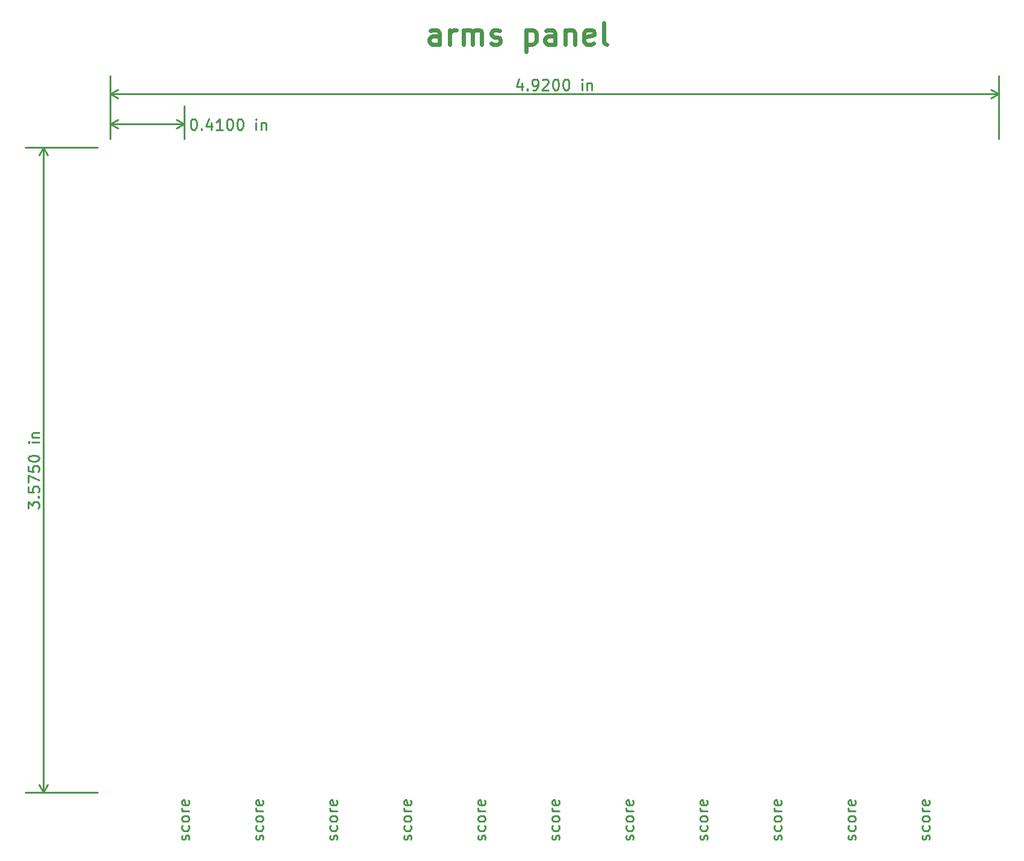
<source format=gbr>
%FSLAX34Y34*%
G04 Gerber Fmt 3.4, Leading zero omitted, Abs format*
G04 (created by PCBNEW (2014-04-22 BZR 4817)-product) date Mon 08 Sep 2014 03:11:33 PM CDT*
%MOIN*%
G01*
G70*
G90*
G04 APERTURE LIST*
%ADD10C,0.005000*%
%ADD11C,0.010000*%
%ADD12C,0.024000*%
G04 APERTURE END LIST*
G54D10*
G54D11*
X131235Y-26671D02*
X131235Y-27071D01*
X131092Y-26442D02*
X130950Y-26871D01*
X131321Y-26871D01*
X131550Y-27014D02*
X131578Y-27042D01*
X131550Y-27071D01*
X131521Y-27042D01*
X131550Y-27014D01*
X131550Y-27071D01*
X131864Y-27071D02*
X131978Y-27071D01*
X132035Y-27042D01*
X132064Y-27014D01*
X132121Y-26928D01*
X132150Y-26814D01*
X132150Y-26585D01*
X132121Y-26528D01*
X132092Y-26500D01*
X132035Y-26471D01*
X131921Y-26471D01*
X131864Y-26500D01*
X131835Y-26528D01*
X131807Y-26585D01*
X131807Y-26728D01*
X131835Y-26785D01*
X131864Y-26814D01*
X131921Y-26842D01*
X132035Y-26842D01*
X132092Y-26814D01*
X132121Y-26785D01*
X132150Y-26728D01*
X132378Y-26528D02*
X132407Y-26500D01*
X132464Y-26471D01*
X132607Y-26471D01*
X132664Y-26500D01*
X132692Y-26528D01*
X132721Y-26585D01*
X132721Y-26642D01*
X132692Y-26728D01*
X132350Y-27071D01*
X132721Y-27071D01*
X133092Y-26471D02*
X133150Y-26471D01*
X133207Y-26500D01*
X133235Y-26528D01*
X133264Y-26585D01*
X133292Y-26700D01*
X133292Y-26842D01*
X133264Y-26957D01*
X133235Y-27014D01*
X133207Y-27042D01*
X133150Y-27071D01*
X133092Y-27071D01*
X133035Y-27042D01*
X133007Y-27014D01*
X132978Y-26957D01*
X132950Y-26842D01*
X132950Y-26700D01*
X132978Y-26585D01*
X133007Y-26528D01*
X133035Y-26500D01*
X133092Y-26471D01*
X133664Y-26471D02*
X133721Y-26471D01*
X133778Y-26500D01*
X133807Y-26528D01*
X133835Y-26585D01*
X133864Y-26700D01*
X133864Y-26842D01*
X133835Y-26957D01*
X133807Y-27014D01*
X133778Y-27042D01*
X133721Y-27071D01*
X133664Y-27071D01*
X133607Y-27042D01*
X133578Y-27014D01*
X133550Y-26957D01*
X133521Y-26842D01*
X133521Y-26700D01*
X133550Y-26585D01*
X133578Y-26528D01*
X133607Y-26500D01*
X133664Y-26471D01*
X134578Y-27071D02*
X134578Y-26671D01*
X134578Y-26471D02*
X134550Y-26500D01*
X134578Y-26528D01*
X134607Y-26500D01*
X134578Y-26471D01*
X134578Y-26528D01*
X134864Y-26671D02*
X134864Y-27071D01*
X134864Y-26728D02*
X134892Y-26700D01*
X134950Y-26671D01*
X135035Y-26671D01*
X135092Y-26700D01*
X135121Y-26757D01*
X135121Y-27071D01*
X108450Y-27300D02*
X157650Y-27300D01*
X108450Y-29800D02*
X108450Y-26300D01*
X157650Y-29800D02*
X157650Y-26300D01*
X157650Y-27300D02*
X157206Y-27530D01*
X157650Y-27300D02*
X157206Y-27069D01*
X108450Y-27300D02*
X108893Y-27530D01*
X108450Y-27300D02*
X108893Y-27069D01*
X153792Y-68600D02*
X153821Y-68542D01*
X153821Y-68428D01*
X153792Y-68371D01*
X153735Y-68342D01*
X153707Y-68342D01*
X153650Y-68371D01*
X153621Y-68428D01*
X153621Y-68514D01*
X153592Y-68571D01*
X153535Y-68600D01*
X153507Y-68600D01*
X153450Y-68571D01*
X153421Y-68514D01*
X153421Y-68428D01*
X153450Y-68371D01*
X153792Y-67828D02*
X153821Y-67885D01*
X153821Y-68000D01*
X153792Y-68057D01*
X153764Y-68085D01*
X153707Y-68114D01*
X153535Y-68114D01*
X153478Y-68085D01*
X153450Y-68057D01*
X153421Y-68000D01*
X153421Y-67885D01*
X153450Y-67828D01*
X153821Y-67485D02*
X153792Y-67542D01*
X153764Y-67571D01*
X153707Y-67600D01*
X153535Y-67600D01*
X153478Y-67571D01*
X153450Y-67542D01*
X153421Y-67485D01*
X153421Y-67400D01*
X153450Y-67342D01*
X153478Y-67314D01*
X153535Y-67285D01*
X153707Y-67285D01*
X153764Y-67314D01*
X153792Y-67342D01*
X153821Y-67400D01*
X153821Y-67485D01*
X153821Y-67028D02*
X153421Y-67028D01*
X153535Y-67028D02*
X153478Y-67000D01*
X153450Y-66971D01*
X153421Y-66914D01*
X153421Y-66857D01*
X153792Y-66428D02*
X153821Y-66485D01*
X153821Y-66600D01*
X153792Y-66657D01*
X153735Y-66685D01*
X153507Y-66685D01*
X153450Y-66657D01*
X153421Y-66600D01*
X153421Y-66485D01*
X153450Y-66428D01*
X153507Y-66400D01*
X153564Y-66400D01*
X153621Y-66685D01*
G54D12*
X126685Y-24542D02*
X126685Y-23914D01*
X126628Y-23800D01*
X126514Y-23742D01*
X126285Y-23742D01*
X126171Y-23800D01*
X126685Y-24485D02*
X126571Y-24542D01*
X126285Y-24542D01*
X126171Y-24485D01*
X126114Y-24371D01*
X126114Y-24257D01*
X126171Y-24142D01*
X126285Y-24085D01*
X126571Y-24085D01*
X126685Y-24028D01*
X127257Y-24542D02*
X127257Y-23742D01*
X127257Y-23971D02*
X127314Y-23857D01*
X127371Y-23800D01*
X127485Y-23742D01*
X127600Y-23742D01*
X128000Y-24542D02*
X128000Y-23742D01*
X128000Y-23857D02*
X128057Y-23800D01*
X128171Y-23742D01*
X128342Y-23742D01*
X128457Y-23800D01*
X128514Y-23914D01*
X128514Y-24542D01*
X128514Y-23914D02*
X128571Y-23800D01*
X128685Y-23742D01*
X128857Y-23742D01*
X128971Y-23800D01*
X129028Y-23914D01*
X129028Y-24542D01*
X129542Y-24485D02*
X129657Y-24542D01*
X129885Y-24542D01*
X130000Y-24485D01*
X130057Y-24371D01*
X130057Y-24314D01*
X130000Y-24200D01*
X129885Y-24142D01*
X129714Y-24142D01*
X129600Y-24085D01*
X129542Y-23971D01*
X129542Y-23914D01*
X129600Y-23800D01*
X129714Y-23742D01*
X129885Y-23742D01*
X130000Y-23800D01*
X131485Y-23742D02*
X131485Y-24942D01*
X131485Y-23800D02*
X131600Y-23742D01*
X131828Y-23742D01*
X131942Y-23800D01*
X132000Y-23857D01*
X132057Y-23971D01*
X132057Y-24314D01*
X132000Y-24428D01*
X131942Y-24485D01*
X131828Y-24542D01*
X131600Y-24542D01*
X131485Y-24485D01*
X133085Y-24542D02*
X133085Y-23914D01*
X133028Y-23800D01*
X132914Y-23742D01*
X132685Y-23742D01*
X132571Y-23800D01*
X133085Y-24485D02*
X132971Y-24542D01*
X132685Y-24542D01*
X132571Y-24485D01*
X132514Y-24371D01*
X132514Y-24257D01*
X132571Y-24142D01*
X132685Y-24085D01*
X132971Y-24085D01*
X133085Y-24028D01*
X133657Y-23742D02*
X133657Y-24542D01*
X133657Y-23857D02*
X133714Y-23800D01*
X133828Y-23742D01*
X134000Y-23742D01*
X134114Y-23800D01*
X134171Y-23914D01*
X134171Y-24542D01*
X135200Y-24485D02*
X135085Y-24542D01*
X134857Y-24542D01*
X134742Y-24485D01*
X134685Y-24371D01*
X134685Y-23914D01*
X134742Y-23800D01*
X134857Y-23742D01*
X135085Y-23742D01*
X135200Y-23800D01*
X135257Y-23914D01*
X135257Y-24028D01*
X134685Y-24142D01*
X135942Y-24542D02*
X135828Y-24485D01*
X135771Y-24371D01*
X135771Y-23342D01*
G54D11*
X149692Y-68600D02*
X149721Y-68542D01*
X149721Y-68428D01*
X149692Y-68371D01*
X149635Y-68342D01*
X149607Y-68342D01*
X149550Y-68371D01*
X149521Y-68428D01*
X149521Y-68514D01*
X149492Y-68571D01*
X149435Y-68600D01*
X149407Y-68600D01*
X149350Y-68571D01*
X149321Y-68514D01*
X149321Y-68428D01*
X149350Y-68371D01*
X149692Y-67828D02*
X149721Y-67885D01*
X149721Y-68000D01*
X149692Y-68057D01*
X149664Y-68085D01*
X149607Y-68114D01*
X149435Y-68114D01*
X149378Y-68085D01*
X149350Y-68057D01*
X149321Y-68000D01*
X149321Y-67885D01*
X149350Y-67828D01*
X149721Y-67485D02*
X149692Y-67542D01*
X149664Y-67571D01*
X149607Y-67600D01*
X149435Y-67600D01*
X149378Y-67571D01*
X149350Y-67542D01*
X149321Y-67485D01*
X149321Y-67400D01*
X149350Y-67342D01*
X149378Y-67314D01*
X149435Y-67285D01*
X149607Y-67285D01*
X149664Y-67314D01*
X149692Y-67342D01*
X149721Y-67400D01*
X149721Y-67485D01*
X149721Y-67028D02*
X149321Y-67028D01*
X149435Y-67028D02*
X149378Y-67000D01*
X149350Y-66971D01*
X149321Y-66914D01*
X149321Y-66857D01*
X149692Y-66428D02*
X149721Y-66485D01*
X149721Y-66600D01*
X149692Y-66657D01*
X149635Y-66685D01*
X149407Y-66685D01*
X149350Y-66657D01*
X149321Y-66600D01*
X149321Y-66485D01*
X149350Y-66428D01*
X149407Y-66400D01*
X149464Y-66400D01*
X149521Y-66685D01*
X145592Y-68600D02*
X145621Y-68542D01*
X145621Y-68428D01*
X145592Y-68371D01*
X145535Y-68342D01*
X145507Y-68342D01*
X145450Y-68371D01*
X145421Y-68428D01*
X145421Y-68514D01*
X145392Y-68571D01*
X145335Y-68600D01*
X145307Y-68600D01*
X145250Y-68571D01*
X145221Y-68514D01*
X145221Y-68428D01*
X145250Y-68371D01*
X145592Y-67828D02*
X145621Y-67885D01*
X145621Y-68000D01*
X145592Y-68057D01*
X145564Y-68085D01*
X145507Y-68114D01*
X145335Y-68114D01*
X145278Y-68085D01*
X145250Y-68057D01*
X145221Y-68000D01*
X145221Y-67885D01*
X145250Y-67828D01*
X145621Y-67485D02*
X145592Y-67542D01*
X145564Y-67571D01*
X145507Y-67600D01*
X145335Y-67600D01*
X145278Y-67571D01*
X145250Y-67542D01*
X145221Y-67485D01*
X145221Y-67400D01*
X145250Y-67342D01*
X145278Y-67314D01*
X145335Y-67285D01*
X145507Y-67285D01*
X145564Y-67314D01*
X145592Y-67342D01*
X145621Y-67400D01*
X145621Y-67485D01*
X145621Y-67028D02*
X145221Y-67028D01*
X145335Y-67028D02*
X145278Y-67000D01*
X145250Y-66971D01*
X145221Y-66914D01*
X145221Y-66857D01*
X145592Y-66428D02*
X145621Y-66485D01*
X145621Y-66600D01*
X145592Y-66657D01*
X145535Y-66685D01*
X145307Y-66685D01*
X145250Y-66657D01*
X145221Y-66600D01*
X145221Y-66485D01*
X145250Y-66428D01*
X145307Y-66400D01*
X145364Y-66400D01*
X145421Y-66685D01*
X141492Y-68600D02*
X141521Y-68542D01*
X141521Y-68428D01*
X141492Y-68371D01*
X141435Y-68342D01*
X141407Y-68342D01*
X141350Y-68371D01*
X141321Y-68428D01*
X141321Y-68514D01*
X141292Y-68571D01*
X141235Y-68600D01*
X141207Y-68600D01*
X141150Y-68571D01*
X141121Y-68514D01*
X141121Y-68428D01*
X141150Y-68371D01*
X141492Y-67828D02*
X141521Y-67885D01*
X141521Y-68000D01*
X141492Y-68057D01*
X141464Y-68085D01*
X141407Y-68114D01*
X141235Y-68114D01*
X141178Y-68085D01*
X141150Y-68057D01*
X141121Y-68000D01*
X141121Y-67885D01*
X141150Y-67828D01*
X141521Y-67485D02*
X141492Y-67542D01*
X141464Y-67571D01*
X141407Y-67600D01*
X141235Y-67600D01*
X141178Y-67571D01*
X141150Y-67542D01*
X141121Y-67485D01*
X141121Y-67400D01*
X141150Y-67342D01*
X141178Y-67314D01*
X141235Y-67285D01*
X141407Y-67285D01*
X141464Y-67314D01*
X141492Y-67342D01*
X141521Y-67400D01*
X141521Y-67485D01*
X141521Y-67028D02*
X141121Y-67028D01*
X141235Y-67028D02*
X141178Y-67000D01*
X141150Y-66971D01*
X141121Y-66914D01*
X141121Y-66857D01*
X141492Y-66428D02*
X141521Y-66485D01*
X141521Y-66600D01*
X141492Y-66657D01*
X141435Y-66685D01*
X141207Y-66685D01*
X141150Y-66657D01*
X141121Y-66600D01*
X141121Y-66485D01*
X141150Y-66428D01*
X141207Y-66400D01*
X141264Y-66400D01*
X141321Y-66685D01*
X137392Y-68600D02*
X137421Y-68542D01*
X137421Y-68428D01*
X137392Y-68371D01*
X137335Y-68342D01*
X137307Y-68342D01*
X137250Y-68371D01*
X137221Y-68428D01*
X137221Y-68514D01*
X137192Y-68571D01*
X137135Y-68600D01*
X137107Y-68600D01*
X137050Y-68571D01*
X137021Y-68514D01*
X137021Y-68428D01*
X137050Y-68371D01*
X137392Y-67828D02*
X137421Y-67885D01*
X137421Y-68000D01*
X137392Y-68057D01*
X137364Y-68085D01*
X137307Y-68114D01*
X137135Y-68114D01*
X137078Y-68085D01*
X137050Y-68057D01*
X137021Y-68000D01*
X137021Y-67885D01*
X137050Y-67828D01*
X137421Y-67485D02*
X137392Y-67542D01*
X137364Y-67571D01*
X137307Y-67600D01*
X137135Y-67600D01*
X137078Y-67571D01*
X137050Y-67542D01*
X137021Y-67485D01*
X137021Y-67400D01*
X137050Y-67342D01*
X137078Y-67314D01*
X137135Y-67285D01*
X137307Y-67285D01*
X137364Y-67314D01*
X137392Y-67342D01*
X137421Y-67400D01*
X137421Y-67485D01*
X137421Y-67028D02*
X137021Y-67028D01*
X137135Y-67028D02*
X137078Y-67000D01*
X137050Y-66971D01*
X137021Y-66914D01*
X137021Y-66857D01*
X137392Y-66428D02*
X137421Y-66485D01*
X137421Y-66600D01*
X137392Y-66657D01*
X137335Y-66685D01*
X137107Y-66685D01*
X137050Y-66657D01*
X137021Y-66600D01*
X137021Y-66485D01*
X137050Y-66428D01*
X137107Y-66400D01*
X137164Y-66400D01*
X137221Y-66685D01*
X133292Y-68600D02*
X133321Y-68542D01*
X133321Y-68428D01*
X133292Y-68371D01*
X133235Y-68342D01*
X133207Y-68342D01*
X133150Y-68371D01*
X133121Y-68428D01*
X133121Y-68514D01*
X133092Y-68571D01*
X133035Y-68600D01*
X133007Y-68600D01*
X132950Y-68571D01*
X132921Y-68514D01*
X132921Y-68428D01*
X132950Y-68371D01*
X133292Y-67828D02*
X133321Y-67885D01*
X133321Y-68000D01*
X133292Y-68057D01*
X133264Y-68085D01*
X133207Y-68114D01*
X133035Y-68114D01*
X132978Y-68085D01*
X132950Y-68057D01*
X132921Y-68000D01*
X132921Y-67885D01*
X132950Y-67828D01*
X133321Y-67485D02*
X133292Y-67542D01*
X133264Y-67571D01*
X133207Y-67600D01*
X133035Y-67600D01*
X132978Y-67571D01*
X132950Y-67542D01*
X132921Y-67485D01*
X132921Y-67400D01*
X132950Y-67342D01*
X132978Y-67314D01*
X133035Y-67285D01*
X133207Y-67285D01*
X133264Y-67314D01*
X133292Y-67342D01*
X133321Y-67400D01*
X133321Y-67485D01*
X133321Y-67028D02*
X132921Y-67028D01*
X133035Y-67028D02*
X132978Y-67000D01*
X132950Y-66971D01*
X132921Y-66914D01*
X132921Y-66857D01*
X133292Y-66428D02*
X133321Y-66485D01*
X133321Y-66600D01*
X133292Y-66657D01*
X133235Y-66685D01*
X133007Y-66685D01*
X132950Y-66657D01*
X132921Y-66600D01*
X132921Y-66485D01*
X132950Y-66428D01*
X133007Y-66400D01*
X133064Y-66400D01*
X133121Y-66685D01*
X129192Y-68600D02*
X129221Y-68542D01*
X129221Y-68428D01*
X129192Y-68371D01*
X129135Y-68342D01*
X129107Y-68342D01*
X129050Y-68371D01*
X129021Y-68428D01*
X129021Y-68514D01*
X128992Y-68571D01*
X128935Y-68600D01*
X128907Y-68600D01*
X128850Y-68571D01*
X128821Y-68514D01*
X128821Y-68428D01*
X128850Y-68371D01*
X129192Y-67828D02*
X129221Y-67885D01*
X129221Y-68000D01*
X129192Y-68057D01*
X129164Y-68085D01*
X129107Y-68114D01*
X128935Y-68114D01*
X128878Y-68085D01*
X128850Y-68057D01*
X128821Y-68000D01*
X128821Y-67885D01*
X128850Y-67828D01*
X129221Y-67485D02*
X129192Y-67542D01*
X129164Y-67571D01*
X129107Y-67600D01*
X128935Y-67600D01*
X128878Y-67571D01*
X128850Y-67542D01*
X128821Y-67485D01*
X128821Y-67400D01*
X128850Y-67342D01*
X128878Y-67314D01*
X128935Y-67285D01*
X129107Y-67285D01*
X129164Y-67314D01*
X129192Y-67342D01*
X129221Y-67400D01*
X129221Y-67485D01*
X129221Y-67028D02*
X128821Y-67028D01*
X128935Y-67028D02*
X128878Y-67000D01*
X128850Y-66971D01*
X128821Y-66914D01*
X128821Y-66857D01*
X129192Y-66428D02*
X129221Y-66485D01*
X129221Y-66600D01*
X129192Y-66657D01*
X129135Y-66685D01*
X128907Y-66685D01*
X128850Y-66657D01*
X128821Y-66600D01*
X128821Y-66485D01*
X128850Y-66428D01*
X128907Y-66400D01*
X128964Y-66400D01*
X129021Y-66685D01*
X125092Y-68600D02*
X125121Y-68542D01*
X125121Y-68428D01*
X125092Y-68371D01*
X125035Y-68342D01*
X125007Y-68342D01*
X124950Y-68371D01*
X124921Y-68428D01*
X124921Y-68514D01*
X124892Y-68571D01*
X124835Y-68600D01*
X124807Y-68600D01*
X124750Y-68571D01*
X124721Y-68514D01*
X124721Y-68428D01*
X124750Y-68371D01*
X125092Y-67828D02*
X125121Y-67885D01*
X125121Y-68000D01*
X125092Y-68057D01*
X125064Y-68085D01*
X125007Y-68114D01*
X124835Y-68114D01*
X124778Y-68085D01*
X124750Y-68057D01*
X124721Y-68000D01*
X124721Y-67885D01*
X124750Y-67828D01*
X125121Y-67485D02*
X125092Y-67542D01*
X125064Y-67571D01*
X125007Y-67600D01*
X124835Y-67600D01*
X124778Y-67571D01*
X124750Y-67542D01*
X124721Y-67485D01*
X124721Y-67400D01*
X124750Y-67342D01*
X124778Y-67314D01*
X124835Y-67285D01*
X125007Y-67285D01*
X125064Y-67314D01*
X125092Y-67342D01*
X125121Y-67400D01*
X125121Y-67485D01*
X125121Y-67028D02*
X124721Y-67028D01*
X124835Y-67028D02*
X124778Y-67000D01*
X124750Y-66971D01*
X124721Y-66914D01*
X124721Y-66857D01*
X125092Y-66428D02*
X125121Y-66485D01*
X125121Y-66600D01*
X125092Y-66657D01*
X125035Y-66685D01*
X124807Y-66685D01*
X124750Y-66657D01*
X124721Y-66600D01*
X124721Y-66485D01*
X124750Y-66428D01*
X124807Y-66400D01*
X124864Y-66400D01*
X124921Y-66685D01*
X120992Y-68600D02*
X121021Y-68542D01*
X121021Y-68428D01*
X120992Y-68371D01*
X120935Y-68342D01*
X120907Y-68342D01*
X120850Y-68371D01*
X120821Y-68428D01*
X120821Y-68514D01*
X120792Y-68571D01*
X120735Y-68600D01*
X120707Y-68600D01*
X120650Y-68571D01*
X120621Y-68514D01*
X120621Y-68428D01*
X120650Y-68371D01*
X120992Y-67828D02*
X121021Y-67885D01*
X121021Y-68000D01*
X120992Y-68057D01*
X120964Y-68085D01*
X120907Y-68114D01*
X120735Y-68114D01*
X120678Y-68085D01*
X120650Y-68057D01*
X120621Y-68000D01*
X120621Y-67885D01*
X120650Y-67828D01*
X121021Y-67485D02*
X120992Y-67542D01*
X120964Y-67571D01*
X120907Y-67600D01*
X120735Y-67600D01*
X120678Y-67571D01*
X120650Y-67542D01*
X120621Y-67485D01*
X120621Y-67400D01*
X120650Y-67342D01*
X120678Y-67314D01*
X120735Y-67285D01*
X120907Y-67285D01*
X120964Y-67314D01*
X120992Y-67342D01*
X121021Y-67400D01*
X121021Y-67485D01*
X121021Y-67028D02*
X120621Y-67028D01*
X120735Y-67028D02*
X120678Y-67000D01*
X120650Y-66971D01*
X120621Y-66914D01*
X120621Y-66857D01*
X120992Y-66428D02*
X121021Y-66485D01*
X121021Y-66600D01*
X120992Y-66657D01*
X120935Y-66685D01*
X120707Y-66685D01*
X120650Y-66657D01*
X120621Y-66600D01*
X120621Y-66485D01*
X120650Y-66428D01*
X120707Y-66400D01*
X120764Y-66400D01*
X120821Y-66685D01*
X116892Y-68600D02*
X116921Y-68542D01*
X116921Y-68428D01*
X116892Y-68371D01*
X116835Y-68342D01*
X116807Y-68342D01*
X116750Y-68371D01*
X116721Y-68428D01*
X116721Y-68514D01*
X116692Y-68571D01*
X116635Y-68600D01*
X116607Y-68600D01*
X116550Y-68571D01*
X116521Y-68514D01*
X116521Y-68428D01*
X116550Y-68371D01*
X116892Y-67828D02*
X116921Y-67885D01*
X116921Y-68000D01*
X116892Y-68057D01*
X116864Y-68085D01*
X116807Y-68114D01*
X116635Y-68114D01*
X116578Y-68085D01*
X116550Y-68057D01*
X116521Y-68000D01*
X116521Y-67885D01*
X116550Y-67828D01*
X116921Y-67485D02*
X116892Y-67542D01*
X116864Y-67571D01*
X116807Y-67600D01*
X116635Y-67600D01*
X116578Y-67571D01*
X116550Y-67542D01*
X116521Y-67485D01*
X116521Y-67400D01*
X116550Y-67342D01*
X116578Y-67314D01*
X116635Y-67285D01*
X116807Y-67285D01*
X116864Y-67314D01*
X116892Y-67342D01*
X116921Y-67400D01*
X116921Y-67485D01*
X116921Y-67028D02*
X116521Y-67028D01*
X116635Y-67028D02*
X116578Y-67000D01*
X116550Y-66971D01*
X116521Y-66914D01*
X116521Y-66857D01*
X116892Y-66428D02*
X116921Y-66485D01*
X116921Y-66600D01*
X116892Y-66657D01*
X116835Y-66685D01*
X116607Y-66685D01*
X116550Y-66657D01*
X116521Y-66600D01*
X116521Y-66485D01*
X116550Y-66428D01*
X116607Y-66400D01*
X116664Y-66400D01*
X116721Y-66685D01*
X112792Y-68600D02*
X112821Y-68542D01*
X112821Y-68428D01*
X112792Y-68371D01*
X112735Y-68342D01*
X112707Y-68342D01*
X112650Y-68371D01*
X112621Y-68428D01*
X112621Y-68514D01*
X112592Y-68571D01*
X112535Y-68600D01*
X112507Y-68600D01*
X112450Y-68571D01*
X112421Y-68514D01*
X112421Y-68428D01*
X112450Y-68371D01*
X112792Y-67828D02*
X112821Y-67885D01*
X112821Y-68000D01*
X112792Y-68057D01*
X112764Y-68085D01*
X112707Y-68114D01*
X112535Y-68114D01*
X112478Y-68085D01*
X112450Y-68057D01*
X112421Y-68000D01*
X112421Y-67885D01*
X112450Y-67828D01*
X112821Y-67485D02*
X112792Y-67542D01*
X112764Y-67571D01*
X112707Y-67600D01*
X112535Y-67600D01*
X112478Y-67571D01*
X112450Y-67542D01*
X112421Y-67485D01*
X112421Y-67400D01*
X112450Y-67342D01*
X112478Y-67314D01*
X112535Y-67285D01*
X112707Y-67285D01*
X112764Y-67314D01*
X112792Y-67342D01*
X112821Y-67400D01*
X112821Y-67485D01*
X112821Y-67028D02*
X112421Y-67028D01*
X112535Y-67028D02*
X112478Y-67000D01*
X112450Y-66971D01*
X112421Y-66914D01*
X112421Y-66857D01*
X112792Y-66428D02*
X112821Y-66485D01*
X112821Y-66600D01*
X112792Y-66657D01*
X112735Y-66685D01*
X112507Y-66685D01*
X112450Y-66657D01*
X112421Y-66600D01*
X112421Y-66485D01*
X112450Y-66428D01*
X112507Y-66400D01*
X112564Y-66400D01*
X112621Y-66685D01*
X103921Y-50253D02*
X103921Y-49882D01*
X104150Y-50082D01*
X104150Y-49996D01*
X104178Y-49939D01*
X104207Y-49910D01*
X104264Y-49882D01*
X104407Y-49882D01*
X104464Y-49910D01*
X104492Y-49939D01*
X104521Y-49996D01*
X104521Y-50167D01*
X104492Y-50225D01*
X104464Y-50253D01*
X104464Y-49625D02*
X104492Y-49596D01*
X104521Y-49625D01*
X104492Y-49653D01*
X104464Y-49625D01*
X104521Y-49625D01*
X103921Y-49053D02*
X103921Y-49339D01*
X104207Y-49367D01*
X104178Y-49339D01*
X104150Y-49282D01*
X104150Y-49139D01*
X104178Y-49082D01*
X104207Y-49053D01*
X104264Y-49025D01*
X104407Y-49025D01*
X104464Y-49053D01*
X104492Y-49082D01*
X104521Y-49139D01*
X104521Y-49282D01*
X104492Y-49339D01*
X104464Y-49367D01*
X103921Y-48825D02*
X103921Y-48425D01*
X104521Y-48682D01*
X103921Y-47910D02*
X103921Y-48196D01*
X104207Y-48224D01*
X104178Y-48196D01*
X104150Y-48139D01*
X104150Y-47996D01*
X104178Y-47939D01*
X104207Y-47910D01*
X104264Y-47882D01*
X104407Y-47882D01*
X104464Y-47910D01*
X104492Y-47939D01*
X104521Y-47996D01*
X104521Y-48139D01*
X104492Y-48196D01*
X104464Y-48224D01*
X103921Y-47510D02*
X103921Y-47453D01*
X103950Y-47396D01*
X103978Y-47367D01*
X104035Y-47339D01*
X104150Y-47310D01*
X104292Y-47310D01*
X104407Y-47339D01*
X104464Y-47367D01*
X104492Y-47396D01*
X104521Y-47453D01*
X104521Y-47510D01*
X104492Y-47567D01*
X104464Y-47596D01*
X104407Y-47624D01*
X104292Y-47653D01*
X104150Y-47653D01*
X104035Y-47624D01*
X103978Y-47596D01*
X103950Y-47567D01*
X103921Y-47510D01*
X104521Y-46596D02*
X104121Y-46596D01*
X103921Y-46596D02*
X103950Y-46624D01*
X103978Y-46596D01*
X103950Y-46567D01*
X103921Y-46596D01*
X103978Y-46596D01*
X104121Y-46310D02*
X104521Y-46310D01*
X104178Y-46310D02*
X104150Y-46282D01*
X104121Y-46224D01*
X104121Y-46139D01*
X104150Y-46082D01*
X104207Y-46053D01*
X104521Y-46053D01*
X104750Y-66000D02*
X104750Y-30250D01*
X107750Y-66000D02*
X103750Y-66000D01*
X107750Y-30250D02*
X103750Y-30250D01*
X104750Y-30250D02*
X104980Y-30693D01*
X104750Y-30250D02*
X104519Y-30693D01*
X104750Y-66000D02*
X104980Y-65556D01*
X104750Y-66000D02*
X104519Y-65556D01*
X113042Y-28671D02*
X113100Y-28671D01*
X113157Y-28700D01*
X113185Y-28728D01*
X113214Y-28785D01*
X113242Y-28900D01*
X113242Y-29042D01*
X113214Y-29157D01*
X113185Y-29214D01*
X113157Y-29242D01*
X113100Y-29271D01*
X113042Y-29271D01*
X112985Y-29242D01*
X112957Y-29214D01*
X112928Y-29157D01*
X112900Y-29042D01*
X112900Y-28900D01*
X112928Y-28785D01*
X112957Y-28728D01*
X112985Y-28700D01*
X113042Y-28671D01*
X113500Y-29214D02*
X113528Y-29242D01*
X113500Y-29271D01*
X113471Y-29242D01*
X113500Y-29214D01*
X113500Y-29271D01*
X114042Y-28871D02*
X114042Y-29271D01*
X113900Y-28642D02*
X113757Y-29071D01*
X114128Y-29071D01*
X114671Y-29271D02*
X114328Y-29271D01*
X114500Y-29271D02*
X114500Y-28671D01*
X114442Y-28757D01*
X114385Y-28814D01*
X114328Y-28842D01*
X115042Y-28671D02*
X115100Y-28671D01*
X115157Y-28700D01*
X115185Y-28728D01*
X115214Y-28785D01*
X115242Y-28900D01*
X115242Y-29042D01*
X115214Y-29157D01*
X115185Y-29214D01*
X115157Y-29242D01*
X115100Y-29271D01*
X115042Y-29271D01*
X114985Y-29242D01*
X114957Y-29214D01*
X114928Y-29157D01*
X114900Y-29042D01*
X114900Y-28900D01*
X114928Y-28785D01*
X114957Y-28728D01*
X114985Y-28700D01*
X115042Y-28671D01*
X115614Y-28671D02*
X115671Y-28671D01*
X115728Y-28700D01*
X115757Y-28728D01*
X115785Y-28785D01*
X115814Y-28900D01*
X115814Y-29042D01*
X115785Y-29157D01*
X115757Y-29214D01*
X115728Y-29242D01*
X115671Y-29271D01*
X115614Y-29271D01*
X115557Y-29242D01*
X115528Y-29214D01*
X115500Y-29157D01*
X115471Y-29042D01*
X115471Y-28900D01*
X115500Y-28785D01*
X115528Y-28728D01*
X115557Y-28700D01*
X115614Y-28671D01*
X116528Y-29271D02*
X116528Y-28871D01*
X116528Y-28671D02*
X116500Y-28700D01*
X116528Y-28728D01*
X116557Y-28700D01*
X116528Y-28671D01*
X116528Y-28728D01*
X116814Y-28871D02*
X116814Y-29271D01*
X116814Y-28928D02*
X116842Y-28900D01*
X116900Y-28871D01*
X116985Y-28871D01*
X117042Y-28900D01*
X117071Y-28957D01*
X117071Y-29271D01*
X108450Y-28950D02*
X112550Y-28950D01*
X108450Y-29800D02*
X108450Y-27950D01*
X112550Y-29800D02*
X112550Y-27950D01*
X112550Y-28950D02*
X112106Y-29180D01*
X112550Y-28950D02*
X112106Y-28719D01*
X108450Y-28950D02*
X108893Y-29180D01*
X108450Y-28950D02*
X108893Y-28719D01*
M02*

</source>
